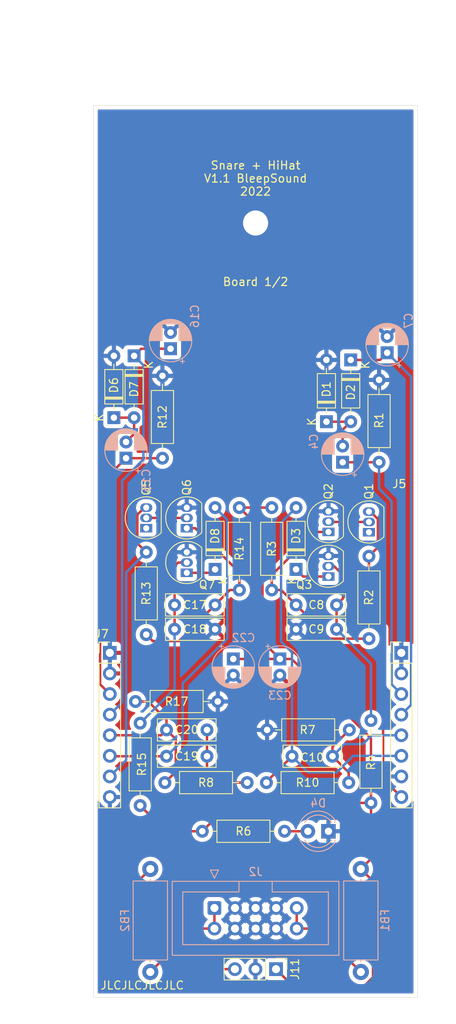
<source format=kicad_pcb>
(kicad_pcb (version 20211014) (generator pcbnew)
  (layers (0 "F.Cu" signal) (31 "B.Cu" signal) (34 "B.Paste" user) (35 "F.Paste" user) (36 "B.SilkS" user "B.Silkscreen") (37 "F.SilkS" user "F.Silkscreen") (38 "B.Mask" user) (39 "F.Mask" user) (44 "Edge.Cuts" user))
  (net 0 "")
  (net 1 "GND")
  (net 2 "+12V")
  (net 3 "-12V")
  (net 4 "Net-(C4-Pad2)")
  (net 5 "Net-(C8-Pad1)")
  (net 6 "Net-(FB1-Pad2)")
  (net 7 "Net-(FB2-Pad2)")
  (net 8 "/DeH")
  (net 9 "/SnI")
  (net 10 "/SnH")
  (net 11 "Net-(C8-Pad2)")
  (net 12 "/So")
  (net 13 "/HiDH")
  (net 14 "Net-(C15-Pad2)")
  (net 15 "/HiI")
  (net 16 "/HiH")
  (net 17 "Net-(C17-Pad2)")
  (net 18 "Net-(C17-Pad1)")
  (net 19 "Net-(C19-Pad2)")
  (net 20 "/Ho")
  (net 21 "Net-(D3-Pad1)")
  (net 22 "Net-(D4-Pad2)")
  (net 23 "Net-(D8-Pad1)")
  (net 24 "/SnO")
  (net 25 "/HiO")
  (net 28 "Net-(Q1-Pad2)")
  (net 29 "Net-(Q5-Pad2)")
  (footprint "Capacitor_THT:C_Disc_D7.0mm_W2.5mm_P5.00mm" (layer "F.Cu") (at 55 92.59)
    (fp_text reference "C8" (at 2.5 0) (layer "F.SilkS"))
    (fp_text value "1µF")
    (pad "1" thru_hole circle (at 0 0) (size 1.6 1.6) (drill 0.8) (layers *.Cu *.Mask) (net 5 "Net-(C8-Pad1)"))
    (pad "2" thru_hole circle (at 5 0) (size 1.6 1.6) (drill 0.8) (layers *.Cu *.Mask) (net 11 "Net-(C8-Pad2)"))
  )
  (footprint "Capacitor_THT:C_Disc_D7.0mm_W2.5mm_P5.00mm" (layer "F.Cu") (at 55 95.59)
    (fp_text reference "C9" (at 2.5 0) (layer "F.SilkS"))
    (fp_text value "0.1µF")
    (pad "1" thru_hole circle (at 0 0) (size 1.6 1.6) (drill 0.8) (layers *.Cu *.Mask) (net 1 "GND"))
    (pad "2" thru_hole circle (at 5 0) (size 1.6 1.6) (drill 0.8) (layers *.Cu *.Mask) (net 11 "Net-(C8-Pad2)"))
  )
  (footprint "Capacitor_THT:C_Disc_D7.0mm_W2.5mm_P5.00mm" (layer "F.Cu") (at 54.5 111.25)
    (fp_text reference "C10" (at 2.5 0.15) (layer "F.SilkS"))
    (fp_text value ".1µF")
    (pad "1" thru_hole circle (at 0 0) (size 1.6 1.6) (drill 0.8) (layers *.Cu *.Mask) (net 12 "/So"))
    (pad "2" thru_hole circle (at 5 0) (size 1.6 1.6) (drill 0.8) (layers *.Cu *.Mask) (net 24 "/SnO"))
  )
  (footprint "Capacitor_THT:C_Disc_D7.0mm_W2.5mm_P5.00mm" (layer "F.Cu") (at 45 92.59 180)
    (fp_text reference "C17" (at 2.5 0) (layer "F.SilkS"))
    (fp_text value "1µF")
    (pad "1" thru_hole circle (at 0 0 180) (size 1.6 1.6) (drill 0.8) (layers *.Cu *.Mask) (net 18 "Net-(C17-Pad1)"))
    (pad "2" thru_hole circle (at 5 0 180) (size 1.6 1.6) (drill 0.8) (layers *.Cu *.Mask) (net 17 "Net-(C17-Pad2)"))
  )
  (footprint "Capacitor_THT:C_Disc_D7.0mm_W2.5mm_P5.00mm" (layer "F.Cu") (at 45 95.59 180)
    (fp_text reference "C18" (at 2.5 0) (layer "F.SilkS"))
    (fp_text value "10nF")
    (pad "1" thru_hole circle (at 0 0 180) (size 1.6 1.6) (drill 0.8) (layers *.Cu *.Mask) (net 1 "GND"))
    (pad "2" thru_hole circle (at 5 0 180) (size 1.6 1.6) (drill 0.8) (layers *.Cu *.Mask) (net 17 "Net-(C17-Pad2)"))
  )
  (footprint "Capacitor_THT:C_Disc_D7.0mm_W2.5mm_P5.00mm" (layer "F.Cu") (at 39 111.25)
    (fp_text reference "C19" (at 2.5 0) (layer "F.SilkS"))
    (fp_text value "680pF")
    (pad "1" thru_hole circle (at 0 0) (size 1.6 1.6) (drill 0.8) (layers *.Cu *.Mask) (net 20 "/Ho"))
    (pad "2" thru_hole circle (at 5 0) (size 1.6 1.6) (drill 0.8) (layers *.Cu *.Mask) (net 19 "Net-(C19-Pad2)"))
  )
  (footprint "Capacitor_THT:C_Disc_D7.0mm_W2.5mm_P5.00mm" (layer "F.Cu") (at 44 108 180)
    (fp_text reference "C20" (at 2.5 0.02) (layer "F.SilkS"))
    (fp_text value ".1µF")
    (pad "1" thru_hole circle (at 0 0 180) (size 1.6 1.6) (drill 0.8) (layers *.Cu *.Mask) (net 19 "Net-(C19-Pad2)"))
    (pad "2" thru_hole circle (at 5 0 180) (size 1.6 1.6) (drill 0.8) (layers *.Cu *.Mask) (net 25 "/HiO"))
  )
  (footprint "Diode_THT:D_DO-35_SOD27_P7.62mm_Horizontal" (layer "F.Cu") (at 58.75 70 90)
    (fp_text reference "D1" (at 4 0 90) (layer "F.SilkS"))
    (fp_text value "1N4148")
    (fp_text user "K" (at 0 -1.8 90) (layer "F.SilkS"))
    (pad "1" thru_hole rect (at 0 0 90) (size 1.6 1.6) (drill 0.8) (layers *.Cu *.Mask) (net 4 "Net-(C4-Pad2)"))
    (pad "2" thru_hole oval (at 7.62 0 90) (size 1.6 1.6) (drill 0.8) (layers *.Cu *.Mask) (net 1 "GND"))
  )
  (footprint "Diode_THT:D_DO-35_SOD27_P7.62mm_Horizontal" (layer "F.Cu") (at 61.75 62.38 -90)
    (fp_text reference "D2" (at 4 0 90) (layer "F.SilkS"))
    (fp_text value "1N4148")
    (fp_text user "K" (at 0.62 -1.8 90) (layer "F.SilkS"))
    (pad "1" thru_hole rect (at 0 0 270) (size 1.6 1.6) (drill 0.8) (layers *.Cu *.Mask) (net 10 "/SnH"))
    (pad "2" thru_hole oval (at 7.62 0 270) (size 1.6 1.6) (drill 0.8) (layers *.Cu *.Mask) (net 4 "Net-(C4-Pad2)"))
  )
  (footprint "Diode_THT:D_DO-35_SOD27_P7.62mm_Horizontal" (layer "F.Cu") (at 55 88.21 90)
    (fp_text reference "D3" (at 4.12 0 90) (layer "F.SilkS"))
    (fp_text value "1N4148")
    (fp_text user "K" (at -1.38 -0.5 90) (layer "F.SilkS"))
    (pad "1" thru_hole rect (at 0 0 90) (size 1.6 1.6) (drill 0.8) (layers *.Cu *.Mask) (net 21 "Net-(D3-Pad1)"))
    (pad "2" thru_hole oval (at 7.62 0 90) (size 1.6 1.6) (drill 0.8) (layers *.Cu *.Mask) (net 12 "/So"))
  )
  (footprint "Diode_THT:D_DO-35_SOD27_P7.62mm_Horizontal" (layer "F.Cu") (at 32.5 69.5 90)
    (fp_text reference "D6" (at 4 0 90) (layer "F.SilkS"))
    (fp_text value "1N4148")
    (fp_text user "K" (at 0 -1.8 90) (layer "F.SilkS"))
    (pad "1" thru_hole rect (at 0 0 90) (size 1.6 1.6) (drill 0.8) (layers *.Cu *.Mask) (net 14 "Net-(C15-Pad2)"))
    (pad "2" thru_hole oval (at 7.62 0 90) (size 1.6 1.6) (drill 0.8) (layers *.Cu *.Mask) (net 1 "GND"))
  )
  (footprint "Diode_THT:D_DO-35_SOD27_P7.62mm_Horizontal" (layer "F.Cu") (at 35 61.88 -90)
    (fp_text reference "D7" (at 4.12 0 90) (layer "F.SilkS"))
    (fp_text value "1N4148")
    (fp_text user "K" (at 1.12 -1.8 90) (layer "F.SilkS"))
    (pad "1" thru_hole rect (at 0 0 270) (size 1.6 1.6) (drill 0.8) (layers *.Cu *.Mask) (net 16 "/HiH"))
    (pad "2" thru_hole oval (at 7.62 0 270) (size 1.6 1.6) (drill 0.8) (layers *.Cu *.Mask) (net 14 "Net-(C15-Pad2)"))
  )
  (footprint "Connector_PinHeader_2.54mm:PinHeader_1x08_P2.54mm_Vertical" (layer "F.Cu") (at 68 98.5)
    (fp_text reference "J5" (at -0.25 -20.83) (layer "F.SilkS"))
    (fp_text value "Conn_01x08_Male")
    (pad "1" thru_hole rect (at 0 0) (size 1.7 1.7) (drill 1) (layers *.Cu *.Mask) (net 1 "GND"))
    (pad "2" thru_hole oval (at 0 2.54) (size 1.7 1.7) (drill 1) (layers *.Cu *.Mask) (net 1 "GND"))
    (pad "3" thru_hole oval (at 0 5.08) (size 1.7 1.7) (drill 1) (layers *.Cu *.Mask) (net 9 "/SnI"))
    (pad "4" thru_hole oval (at 0 7.62) (size 1.7 1.7) (drill 1) (layers *.Cu *.Mask) (net 10 "/SnH"))
    (pad "5" thru_hole oval (at 0 10.16) (size 1.7 1.7) (drill 1) (layers *.Cu *.Mask) (net 24 "/SnO"))
    (pad "6" thru_hole oval (at 0 12.7) (size 1.7 1.7) (drill 1) (layers *.Cu *.Mask) (net 12 "/So"))
    (pad "7" thru_hole oval (at 0 15.24) (size 1.7 1.7) (drill 1) (layers *.Cu *.Mask) (net 1 "GND"))
    (pad "8" thru_hole oval (at 0 17.78) (size 1.7 1.7) (drill 1) (layers *.Cu *.Mask) (net 8 "/DeH"))
  )
  (footprint "Connector_PinHeader_2.54mm:PinHeader_1x08_P2.54mm_Vertical" (layer "F.Cu") (at 32 98.5)
    (fp_text reference "J7" (at -1 -2.33) (layer "F.SilkS"))
    (fp_text value "Conn_01x08_Male")
    (pad "1" thru_hole rect (at 0 0) (size 1.7 1.7) (drill 1) (layers *.Cu *.Mask) (net 1 "GND"))
    (pad "2" thru_hole oval (at 0 2.54) (size 1.7 1.7) (drill 1) (layers *.Cu *.Mask) (net 1 "GND"))
    (pad "3" thru_hole oval (at 0 5.08) (size 1.7 1.7) (drill 1) (layers *.Cu *.Mask) (net 15 "/HiI"))
    (pad "4" thru_hole oval (at 0 7.62) (size 1.7 1.7) (drill 1) (layers *.Cu *.Mask) (net 16 "/HiH"))
    (pad "5" thru_hole oval (at 0 10.16) (size 1.7 1.7) (drill 1) (layers *.Cu *.Mask) (net 25 "/HiO"))
    (pad "6" thru_hole oval (at 0 12.7) (size 1.7 1.7) (drill 1) (layers *.Cu *.Mask) (net 20 "/Ho"))
    (pad "7" thru_hole oval (at 0 15.24) (size 1.7 1.7) (drill 1) (layers *.Cu *.Mask) (net 13 "/HiDH"))
    (pad "8" thru_hole oval (at 0 17.78) (size 1.7 1.7) (drill 1) (layers *.Cu *.Mask) (net 1 "GND"))
  )
  (footprint "Package_TO_SOT_THT:TO-92_Inline" (layer "F.Cu") (at 64 83.63 90)
    (fp_text reference "Q1" (at 5.04 0 90) (layer "F.SilkS"))
    (fp_text value "BC546")
    (pad "1" thru_hole rect (at 0 0 90) (size 1.05 1.5) (drill 0.75) (layers *.Cu *.Mask))
    (pad "2" thru_hole oval (at 1.27 0 90) (size 1.05 1.5) (drill 0.75) (layers *.Cu *.Mask) (net 28 "Net-(Q1-Pad2)"))
    (pad "3" thru_hole oval (at 2.54 0 90) (size 1.05 1.5) (drill 0.75) (layers *.Cu *.Mask) (net 8 "/DeH"))
  )
  (footprint "Package_TO_SOT_THT:TO-92_Inline" (layer "F.Cu") (at 59 83.59 90)
    (fp_text reference "Q2" (at 5 0 90) (layer "F.SilkS"))
    (fp_text value "BC546")
    (pad "1" thru_hole rect (at 0 0 90) (size 1.05 1.5) (drill 0.75) (layers *.Cu *.Mask) (net 5 "Net-(C8-Pad1)"))
    (pad "2" thru_hole oval (at 1.27 0 90) (size 1.05 1.5) (drill 0.75) (layers *.Cu *.Mask) (net 28 "Net-(Q1-Pad2)"))
    (pad "3" thru_hole oval (at 2.54 0 90) (size 1.05 1.5) (drill 0.75) (layers *.Cu *.Mask) (net 1 "GND"))
  )
  (footprint "Package_TO_SOT_THT:TO-92_Inline" (layer "F.Cu") (at 59 89.09 90)
    (fp_text reference "Q3" (at -1 -3 180) (layer "F.SilkS"))
    (fp_text value "BC546")
    (pad "1" thru_hole rect (at 0 0 90) (size 1.05 1.5) (drill 0.75) (layers *.Cu *.Mask) (net 21 "Net-(D3-Pad1)"))
    (pad "2" thru_hole oval (at 1.27 0 90) (size 1.05 1.5) (drill 0.75) (layers *.Cu *.Mask) (net 11 "Net-(C8-Pad2)"))
    (pad "3" thru_hole oval (at 2.54 0 90) (size 1.05 1.5) (drill 0.75) (layers *.Cu *.Mask) (net 1 "GND"))
  )
  (footprint "Package_TO_SOT_THT:TO-92_Inline" (layer "F.Cu") (at 36.5 83.13 90)
    (fp_text reference "Q5" (at 5.04 0 90) (layer "F.SilkS"))
    (fp_text value "BC546")
    (pad "1" thru_hole rect (at 0 0 90) (size 1.05 1.5) (drill 0.75) (layers *.Cu *.Mask))
    (pad "2" thru_hole oval (at 1.27 0 90) (size 1.05 1.5) (drill 0.75) (layers *.Cu *.Mask) (net 29 "Net-(Q5-Pad2)"))
    (pad "3" thru_hole oval (at 2.54 0 90) (size 1.05 1.5) (drill 0.75) (layers *.Cu *.Mask) (net 13 "/HiDH"))
  )
  (footprint "Package_TO_SOT_THT:TO-92_Inline" (layer "F.Cu") (at 41.5 83.13 90)
    (fp_text reference "Q6" (at 5.04 0 90) (layer "F.SilkS"))
    (fp_text value "BC546")
    (pad "1" thru_hole rect (at 0 0 90) (size 1.05 1.5) (drill 0.75) (layers *.Cu *.Mask) (net 18 "Net-(C17-Pad1)"))
    (pad "2" thru_hole oval (at 1.27 0 90) (size 1.05 1.5) (drill 0.75) (layers *.Cu *.Mask) (net 29 "Net-(Q5-Pad2)"))
    (pad "3" thru_hole oval (at 2.54 0 90) (size 1.05 1.5) (drill 0.75) (layers *.Cu *.Mask) (net 1 "GND"))
  )
  (footprint "Package_TO_SOT_THT:TO-92_Inline" (layer "F.Cu") (at 41.5 88.63 90)
    (fp_text reference "Q7" (at -1.46 2.5 180) (layer "F.SilkS"))
    (fp_text value "BC546")
    (pad "1" thru_hole rect (at 0 0 90) (size 1.05 1.5) (drill 0.75) (layers *.Cu *.Mask) (net 23 "Net-(D8-Pad1)"))
    (pad "2" thru_hole oval (at 1.27 0 90) (size 1.05 1.5) (drill 0.75) (layers *.Cu *.Mask) (net 17 "Net-(C17-Pad2)"))
    (pad "3" thru_hole oval (at 2.54 0 90) (size 1.05 1.5) (drill 0.75) (layers *.Cu *.Mask) (net 1 "GND"))
  )
  (footprint "Resistor_THT:R_Axial_DIN0207_L6.3mm_D2.5mm_P10.16mm_Horizontal" (layer "F.Cu") (at 65.25 75 90)
    (fp_text reference "R1" (at 5.16 0 90) (layer "F.SilkS"))
    (fp_text value "4k7")
    (pad "1" thru_hole circle (at 0 0 90) (size 1.6 1.6) (drill 0.8) (layers *.Cu *.Mask) (net 9 "/SnI"))
    (pad "2" thru_hole oval (at 10.16 0 90) (size 1.6 1.6) (drill 0.8) (layers *.Cu *.Mask) (net 1 "GND"))
  )
  (footprint "Resistor_THT:R_Axial_DIN0207_L6.3mm_D2.5mm_P10.16mm_Horizontal" (layer "F.Cu") (at 64 86.59 -90)
    (fp_text reference "R2" (at 5.08 0 90) (layer "F.SilkS"))
    (fp_text value "47k")
    (pad "1" thru_hole circle (at 0 0 270) (size 1.6 1.6) (drill 0.8) (layers *.Cu *.Mask) (net 8 "/DeH"))
    (pad "2" thru_hole oval (at 10.16 0 270) (size 1.6 1.6) (drill 0.8) (layers *.Cu *.Mask) (net 5 "Net-(C8-Pad1)"))
  )
  (footprint "Resistor_THT:R_Axial_DIN0207_L6.3mm_D2.5mm_P10.16mm_Horizontal" (layer "F.Cu") (at 52 80.59 -90)
    (fp_text reference "R3" (at 5.08 0 90) (layer "F.SilkS"))
    (fp_text value "4k7")
    (pad "1" thru_hole circle (at 0 0 270) (size 1.6 1.6) (drill 0.8) (layers *.Cu *.Mask) (net 2 "+12V"))
    (pad "2" thru_hole oval (at 10.16 0 270) (size 1.6 1.6) (drill 0.8) (layers *.Cu *.Mask) (net 5 "Net-(C8-Pad1)"))
  )
  (footprint "Resistor_THT:R_Axial_DIN0207_L6.3mm_D2.5mm_P10.16mm_Horizontal" (layer "F.Cu") (at 64.25 117 90)
    (fp_text reference "R4" (at 5 0 90) (layer "F.SilkS"))
    (fp_text value "1M")
    (pad "1" thru_hole circle (at 0 0 90) (size 1.6 1.6) (drill 0.8) (layers *.Cu *.Mask) (net 2 "+12V"))
    (pad "2" thru_hole oval (at 10.16 0 90) (size 1.6 1.6) (drill 0.8) (layers *.Cu *.Mask) (net 11 "Net-(C8-Pad2)"))
  )
  (footprint "Resistor_THT:R_Axial_DIN0207_L6.3mm_D2.5mm_P10.16mm_Horizontal" (layer "F.Cu") (at 43.42 120.5)
    (fp_text reference "R6" (at 5.08 0) (layer "F.SilkS"))
    (fp_text value "2.2k")
    (pad "1" thru_hole circle (at 0 0) (size 1.6 1.6) (drill 0.8) (layers *.Cu *.Mask) (net 2 "+12V"))
    (pad "2" thru_hole oval (at 10.16 0) (size 1.6 1.6) (drill 0.8) (layers *.Cu *.Mask) (net 22 "Net-(D4-Pad2)"))
  )
  (footprint "Resistor_THT:R_Axial_DIN0207_L6.3mm_D2.5mm_P10.16mm_Horizontal" (layer "F.Cu") (at 61.58 108 180)
    (fp_text reference "R7" (at 5.16 0) (layer "F.SilkS"))
    (fp_text value "1M")
    (pad "1" thru_hole circle (at 0 0 180) (size 1.6 1.6) (drill 0.8) (layers *.Cu *.Mask) (net 24 "/SnO"))
    (pad "2" thru_hole oval (at 10.16 0 180) (size 1.6 1.6) (drill 0.8) (layers *.Cu *.Mask) (net 1 "GND"))
  )
  (footprint "Resistor_THT:R_Axial_DIN0207_L6.3mm_D2.5mm_P10.16mm_Horizontal" (layer "F.Cu") (at 38.5 74.5 90)
    (fp_text reference "R12" (at 5.08 0 90) (layer "F.SilkS"))
    (fp_text value "4k7")
    (pad "1" thru_hole circle (at 0 0 90) (size 1.6 1.6) (drill 0.8) (layers *.Cu *.Mask) (net 15 "/HiI"))
    (pad "2" thru_hole oval (at 10.16 0 90) (size 1.6 1.6) (drill 0.8) (layers *.Cu *.Mask) (net 1 "GND"))
  )
  (footprint "Resistor_THT:R_Axial_DIN0207_L6.3mm_D2.5mm_P10.16mm_Horizontal" (layer "F.Cu") (at 36.5 86.09 -90)
    (fp_text reference "R13" (at 5.08 0 90) (layer "F.SilkS"))
    (fp_text value "47k")
    (pad "1" thru_hole circle (at 0 0 270) (size 1.6 1.6) (drill 0.8) (layers *.Cu *.Mask) (net 13 "/HiDH"))
    (pad "2" thru_hole oval (at 10.16 0 270) (size 1.6 1.6) (drill 0.8) (layers *.Cu *.Mask) (net 18 "Net-(C17-Pad1)"))
  )
  (footprint "Resistor_THT:R_Axial_DIN0207_L6.3mm_D2.5mm_P10.16mm_Horizontal" (layer "F.Cu") (at 48 80.59 -90)
    (fp_text reference "R14" (at 5.08 0 90) (layer "F.SilkS"))
    (fp_text value "4k7")
    (pad "1" thru_hole circle (at 0 0 270) (size 1.6 1.6) (drill 0.8) (layers *.Cu *.Mask) (net 2 "+12V"))
    (pad "2" thru_hole oval (at 10.16 0 270) (size 1.6 1.6) (drill 0.8) (layers *.Cu *.Mask) (net 18 "Net-(C17-Pad1)"))
  )
  (footprint "Resistor_THT:R_Axial_DIN0207_L6.3mm_D2.5mm_P10.16mm_Horizontal" (layer "F.Cu") (at 35.75 117.33 90)
    (fp_text reference "R15" (at 5.08 0.2 90) (layer "F.SilkS"))
    (fp_text value "1M")
    (pad "1" thru_hole circle (at 0 0 90) (size 1.6 1.6) (drill 0.8) (layers *.Cu *.Mask) (net 2 "+12V"))
    (pad "2" thru_hole oval (at 10.16 0 90) (size 1.6 1.6) (drill 0.8) (layers *.Cu *.Mask) (net 17 "Net-(C17-Pad2)"))
  )
  (footprint "Resistor_THT:R_Axial_DIN0207_L6.3mm_D2.5mm_P10.16mm_Horizontal" (layer "F.Cu") (at 35.17 104.5)
    (fp_text reference "R17" (at 5.08 0) (layer "F.SilkS"))
    (fp_text value "1M")
    (pad "1" thru_hole circle (at 0 0) (size 1.6 1.6) (drill 0.8) (layers *.Cu *.Mask) (net 25 "/HiO"))
    (pad "2" thru_hole oval (at 10.16 0) (size 1.6 1.6) (drill 0.8) (layers *.Cu *.Mask) (net 1 "GND"))
  )
  (footprint "Diode_THT:D_DO-35_SOD27_P7.62mm_Horizontal" (layer "F.Cu") (at 45 88.21 90)
    (fp_text reference "D8" (at 4.12 0 90) (layer "F.SilkS"))
    (fp_text value "1N4148")
    (fp_text user "K" (at -1.38 1 90) (layer "F.SilkS"))
    (pad "1" thru_hole rect (at 0 0 90) (size 1.6 1.6) (drill 0.8) (layers *.Cu *.Mask) (net 23 "Net-(D8-Pad1)"))
    (pad "2" thru_hole oval (at 7.62 0 90) (size 1.6 1.6) (drill 0.8) (layers *.Cu *.Mask) (net 20 "/Ho"))
  )
  (footprint "Resistor_THT:R_Axial_DIN0207_L6.3mm_D2.5mm_P10.16mm_Horizontal" (layer "F.Cu") (at 38.8 114.5)
    (fp_text reference "R8" (at 5.08 0) (layer "F.SilkS"))
    (fp_text value "0R")
    (pad "1" thru_hole circle (at 0 0) (size 1.6 1.6) (drill 0.8) (layers *.Cu *.Mask) (net 25 "/HiO"))
    (pad "2" thru_hole oval (at 10.16 0) (size 1.6 1.6) (drill 0.8) (layers *.Cu *.Mask) (net 19 "Net-(C19-Pad2)"))
  )
  (footprint "Resistor_THT:R_Axial_DIN0207_L6.3mm_D2.5mm_P10.16mm_Horizontal" (layer "F.Cu") (at 61.5 114.5 180)
    (fp_text reference "R10" (at 5.08 0) (layer "F.SilkS"))
    (fp_text value "0R")
    (pad "1" thru_hole circle (at 0 0 180) (size 1.6 1.6) (drill 0.8) (layers *.Cu *.Mask) (net 24 "/SnO"))
    (pad "2" thru_hole oval (at 10.16 0 180) (size 1.6 1.6) (drill 0.8) (layers *.Cu *.Mask) (net 12 "/So"))
  )
  (footprint "Connector_PinHeader_2.54mm:PinHeader_1x03_P2.54mm_Vertical" (layer "F.Cu") (at 52.525 137.5 -90)
    (fp_text reference "J11" (at 0 -2.33 90) (layer "F.SilkS"))
    (fp_text value "Conn_01x03_Male")
    (pad "1" thru_hole rect locked (at 0 0 270) (size 1.7 1.7) (drill 1) (layers *.Cu *.Mask) (net 2 "+12V"))
    (pad "2" thru_hole oval locked (at 0 2.54 270) (size 1.7 1.7) (drill 1) (layers *.Cu *.Mask) (net 1 "GND"))
    (pad "3" thru_hole oval locked (at 0 5.08 270) (size 1.7 1.7) (drill 1) (layers *.Cu *.Mask) (net 3 "-12V"))
  )
  (footprint "Capacitor_THT:CP_Radial_D5.0mm_P2.00mm" (layer "B.Cu") (at 60.75 75 90)
    (fp_text reference "C4" (at 2.55 -3.55 90) (layer "B.SilkS") (effects (justify mirror)))
    (fp_text value "10µF")
    (pad "1" thru_hole rect (at 0 0 90) (size 1.6 1.6) (drill 0.8) (layers *.Cu *.Mask) (net 9 "/SnI"))
    (pad "2" thru_hole circle (at 2 0 90) (size 1.6 1.6) (drill 0.8) (layers *.Cu *.Mask) (net 4 "Net-(C4-Pad2)"))
  )
  (footprint "Capacitor_THT:CP_Radial_D5.0mm_P2.00mm" (layer "B.Cu") (at 66.25 61.5 90)
    (fp_text reference "C7" (at 3.95 2.65 90) (layer "B.SilkS") (effects (justify mirror)))
    (fp_text value "10µF")
    (pad "1" thru_hole rect (at 0 0 90) (size 1.6 1.6) (drill 0.8) (layers *.Cu *.Mask) (net 10 "/SnH"))
    (pad "2" thru_hole circle (at 2 0 90) (size 1.6 1.6) (drill 0.8) (layers *.Cu *.Mask) (net 1 "GND"))
  )
  (footprint "Capacitor_THT:CP_Radial_D5.0mm_P2.00mm" (layer "B.Cu") (at 39.5 61 90)
    (fp_text reference "C16" (at 4 3 90) (layer "B.SilkS") (effects (justify mirror)))
    (fp_text value "10µF")
    (pad "1" thru_hole rect (at 0 0 90) (size 1.6 1.6) (drill 0.8) (layers *.Cu *.Mask) (net 16 "/HiH"))
    (pad "2" thru_hole circle (at 2 0 90) (size 1.6 1.6) (drill 0.8) (layers *.Cu *.Mask) (net 1 "GND"))
  )
  (footprint "LED_THT:LED_D4.0mm" (layer "B.Cu") (at 59 120.5 180)
    (fp_text reference "D4" (at 1.27 3.46) (layer "B.SilkS") (effects (justify mirror)))
    (fp_text value "LED-12V")
    (pad "1" thru_hole rect (at 0 0 180) (size 1.8 1.8) (drill 0.9) (layers *.Cu *.Mask) (net 1 "GND"))
    (pad "2" thru_hole circle (at 2.54 0 180) (size 1.8 1.8) (drill 0.9) (layers *.Cu *.Mask) (net 22 "Net-(D4-Pad2)"))
  )
  (footprint "Inductor_THT:L_Axial_L9.5mm_D4.0mm_P12.70mm_Horizontal_Fastron_SMCC" (layer "B.Cu") (at 63 125.15 -90)
    (fp_text reference "FB1" (at 6.35 -3 90) (layer "B.SilkS") (effects (justify mirror)))
    (fp_text value "10R")
    (pad "1" thru_hole circle (at 0 0 270) (size 2 2) (drill 1) (layers *.Cu *.Mask) (net 2 "+12V"))
    (pad "2" thru_hole oval (at 12.7 0 270) (size 2 2) (drill 1) (layers *.Cu *.Mask) (net 6 "Net-(FB1-Pad2)"))
  )
  (footprint "Inductor_THT:L_Axial_L9.5mm_D4.0mm_P12.70mm_Horizontal_Fastron_SMCC" (layer "B.Cu") (at 37 125.15 -90)
    (fp_text reference "FB2" (at 6.35 3.12 90) (layer "B.SilkS") (effects (justify mirror)))
    (fp_text value "10R")
    (pad "1" thru_hole circle (at 0 0 270) (size 2 2) (drill 1) (layers *.Cu *.Mask) (net 3 "-12V"))
    (pad "2" thru_hole oval (at 12.7 0 270) (size 2 2) (drill 1) (layers *.Cu *.Mask) (net 7 "Net-(FB2-Pad2)"))
  )
  (footprint "Connector_IDC:IDC-Header_2x05_P2.54mm_Vertical" (layer "B.Cu") (at 44.92 129.96 -90)
    (fp_text reference "J2" (at -4.46 -5.08 180) (layer "B.SilkS") (effects (justify mirror)))
    (fp_text value "Power Input")
    (pad "1" thru_hole roundrect (at 0 0 270) (size 1.7 1.7) (drill 1) (layers *.Cu *.Mask) (roundrect_rratio 0.1470588235) (net 7 "Net-(FB2-Pad2)"))
    (pad "2" thru_hole circle (at 2.54 0 270) (size 1.7 1.7) (drill 1) (layers *.Cu *.Mask) (net 7 "Net-(FB2-Pad2)"))
    (pad "3" thru_hole circle (at 0 -2.54 270) (size 1.7 1.7) (drill 1) (layers *.Cu *.Mask) (net 1 "GND"))
    (pad "4" thru_hole circle (at 2.54 -2.54 270) (size 1.7 1.7) (drill 1) (layers *.Cu *.Mask) (net 1 "GND"))
    (pad "5" thru_hole circle (at 0 -5.08 270) (size 1.7 1.7) (drill 1) (layers *.Cu *.Mask) (net 1 "GND"))
    (pad "6" thru_hole circle (at 2.54 -5.08 270) (size 1.7 1.7) (drill 1) (layers *.Cu *.Mask) (net 1 "GND"))
    (pad "7" thru_hole circle (at 0 -7.62 270) (size 1.7 1.7) (drill 1) (layers *.Cu *.Mask) (net 1 "GND"))
    (pad "8" thru_hole circle (at 2.54 -7.62 270) (size 1.7 1.7) (drill 1) (layers *.Cu *.Mask) (net 1 "GND"))
    (pad "9" thru_hole circle (at 0 -10.16 270) (size 1.7 1.7) (drill 1) (layers *.Cu *.Mask) (net 6 "Net-(FB1-Pad2)"))
    (pad "10" thru_hole circle (at 2.54 -10.16 270) (size 1.7 1.7) (drill 1) (layers *.Cu *.Mask) (net 6 "Net-(FB1-Pad2)"))
  )
  (footprint "Capacitor_THT:CP_Radial_D5.0mm_P2.00mm" (layer "B.Cu") (at 34 74.5 90)
    (fp_text reference "C15" (at -2.75 2.5 90) (layer "B.SilkS") (effects (justify mirror)))
    (fp_text value "10µF")
    (pad "1" thru_hole rect (at 0 0 90) (size 1.6 1.6) (drill 0.8) (layers *.Cu *.Mask) (net 15 "/HiI"))
    (pad "2" thru_hole circle (at 2 0 90) (size 1.6 1.6) (drill 0.8) (layers *.Cu *.Mask) (net 14 "Net-(C15-Pad2)"))
  )
  (footprint "Capacitor_THT:CP_Radial_D5.0mm_P2.00mm" (layer "B.Cu") (at 47.25 99.25 -90)
    (fp_text reference "C22" (at -2.6 -1.25) (layer "B.SilkS") (effects (justify mirror)))
    (fp_text value "100µ")
    (pad "1" thru_hole rect (at 0 0 270) (size 1.6 1.6) (drill 0.8) (layers *.Cu *.Mask) (net 2 "+12V"))
    (pad "2" thru_hole circle (at 2 0 270) (size 1.6 1.6) (drill 0.8) (layers *.Cu *.Mask) (net 1 "GND"))
  )
  (footprint "Capacitor_THT:CP_Radial_D5.0mm_P2.00mm" (layer "B.Cu") (at 53 99.25 -90)
    (fp_text reference "C23" (at 4.5 0) (layer "B.SilkS") (effects (justify mirror)))
    (fp_text value "100µ")
    (pad "1" thru_hole rect (at 0 0 270) (size 1.6 1.6) (drill 0.8) (layers *.Cu *.Mask) (net 2 "+12V"))
    (pad "2" thru_hole circle (at 2 0 270) (size 1.6 1.6) (drill 0.8) (layers *.Cu *.Mask) (net 1 "GND"))
  )
  (gr_line (start 69.999999 31) (end 70 141) (layer "Edge.Cuts") (width 0.05))
  (gr_line (start 30 31) (end 30 141) (layer "Edge.Cuts") (width 0.05))
  (gr_line (start 30 31) (end 69.999999 31) (layer "Edge.Cuts") (width 0.05))
  (gr_line (start 30 141) (end 70 141) (layer "Edge.Cuts") (width 0.05))
  (gr_text "JLCJLCJLCJLC\n" (at 36 139.5) (layer "F.SilkS") (effects (font (size 1 1))))
  (gr_text "Snare + HiHat\nV1.1 BleepSound\n2022" (at 50 40) (layer "F.SilkS") (effects (font (size 1 1))))
  (gr_text "Board 1/2" (at 50 52.75) (layer "F.SilkS") (effects (font (size 1 1))))
  (via (at 50 45.5) (size 3.6) (drill 3.1) (layers "F.Cu" "B.Cu") (net 1))
  (segment (start 43.42 120.5) (end 46.92 117) (width 0.3) (layer "F.Cu") (net 2))
  (segment (start 64.5 138.5) (end 64.5 126.65) (width 0.3) (layer "F.Cu") (net 2))
  (segment (start 64.25 109.044345) (end 64.25 117) (width 0.3) (layer "F.Cu") (net 2))
  (segment (start 46.92 117) (end 47 117) (width 0.3) (layer "F.Cu") (net 2))
  (segment (start 52 80.59) (end 48 80.59) (width 0.3) (layer "F.Cu") (net 2))
  (segment (start 53 99.25) (end 54.455655 99.25) (width 0.3) (layer "F.Cu") (net 2))
  (segment (start 53 99.25) (end 47.25 99.25) (width 0.3) (layer "F.Cu") (net 2))
  (segment (start 38.92 120.5) (end 35.75 117.33) (width 0.3) (layer "F.Cu") (net 2))
  (segment (start 52.525 137.5) (end 54.525 139.5) (width 0.3) (layer "F.Cu") (net 2))
  (segment (start 43.42 120.5) (end 38.92 120.5) (width 0.3) (layer "F.Cu") (net 2))
  (segment (start 64.25 117) (end 64.25 123.9) (width 0.3) (layer "F.Cu") (net 2))
  (segment (start 54.455655 99.25) (end 64.25 109.044345) (width 0.3) (layer "F.Cu") (net 2))
  (segment (start 64.25 117) (end 47 117) (width 0.3) (layer "F.Cu") (net 2))
  (segment (start 64.25 123.9) (end 63 125.15) (width 0.3) (layer "F.Cu") (net 2))
  (segment (start 50.850489 97.100489) (end 50.850489 83.440489) (width 0.3) (layer "F.Cu") (net 2))
  (segment (start 54.525 139.5) (end 63.5 139.5) (width 0.3) (layer "F.Cu") (net 2))
  (segment (start 64.5 126.65) (end 63 125.15) (width 0.3) (layer "F.Cu") (net 2))
  (segment (start 50.850489 97.100489) (end 53 99.25) (width 0.3) (layer "F.Cu") (net 2))
  (segment (start 63.5 139.5) (end 64.5 138.5) (width 0.3) (layer "F.Cu") (net 2))
  (segment (start 50.850489 83.440489) (end 48 80.59) (width 0.3) (layer "F.Cu") (net 2))
  (segment (start 40 137.5) (end 37.5 140) (width 0.3) (layer "F.Cu") (net 3))
  (segment (start 37.5 140) (end 35 140) (width 0.3) (layer "F.Cu") (net 3))
  (segment (start 34.5 127.65) (end 37 125.15) (width 0.3) (layer "F.Cu") (net 3))
  (segment (start 34.5 139.5) (end 34.5 127.65) (width 0.3) (layer "F.Cu") (net 3))
  (segment (start 35 140) (end 34.5 139.5) (width 0.3) (layer "F.Cu") (net 3))
  (segment (start 47.445 137.5) (end 40 137.5) (width 0.3) (layer "F.Cu") (net 3))
  (segment (start 60.75 73) (end 60.75 71) (width 0.3) (layer "F.Cu") (net 4))
  (segment (start 60.75 71) (end 61.75 70) (width 0.3) (layer "F.Cu") (net 4))
  (segment (start 61.75 70) (end 58.75 70) (width 0.3) (layer "F.Cu") (net 4))
  (segment (start 52 88.910978) (end 57.320978 83.59) (width 0.3) (layer "F.Cu") (net 5))
  (segment (start 53.16 90.75) (end 55 92.59) (width 0.3) (layer "F.Cu") (net 5))
  (segment (start 57.320978 83.59) (end 59 83.59) (width 0.3) (layer "F.Cu") (net 5))
  (segment (start 55 92.59) (end 59.16 96.75) (width 0.3) (layer "F.Cu") (net 5))
  (segment (start 52 90.75) (end 52 88.910978) (width 0.3) (layer "F.Cu") (net 5))
  (segment (start 52 90.75) (end 53.16 90.75) (width 0.3) (layer "F.Cu") (net 5))
  (segment (start 59.16 96.75) (end 64 96.75) (width 0.3) (layer "F.Cu") (net 5))
  (segment (start 57.65 132.5) (end 55.08 132.5) (width 0.3) (layer "F.Cu") (net 6))
  (segment (start 55.08 132.5) (end 55.08 129.96) (width 0.3) (layer "F.Cu") (net 6))
  (segment (start 63 137.85) (end 57.65 132.5) (width 0.3) (layer "F.Cu") (net 6))
  (segment (start 44.92 129.96) (end 44.92 132.5) (width 0.3) (layer "F.Cu") (net 7))
  (segment (start 42.35 132.5) (end 37 137.85) (width 0.3) (layer "F.Cu") (net 7))
  (segment (start 44.92 132.5) (end 42.35 132.5) (width 0.3) (layer "F.Cu") (net 7))
  (segment (start 65.09952 85.49048) (end 64 86.59) (width 0.3) (layer "F.Cu") (net 8))
  (segment (start 64.191758 81.09) (end 65.09952 81.997762) (width 0.3) (layer "F.Cu") (net 8))
  (segment (start 65.75 114.03) (end 68 116.28) (width 0.3) (layer "F.Cu") (net 8))
  (segment (start 64 81.09) (end 64.191758 81.09) (width 0.3) (layer "F.Cu") (net 8))
  (segment (start 64 93.75) (end 65.75 95.5) (width 0.3) (layer "F.Cu") (net 8))
  (segment (start 65.09952 81.997762) (end 65.09952 85.49048) (width 0.3) (layer "F.Cu") (net 8))
  (segment (start 65.75 95.5) (end 65.75 114.03) (width 0.3) (layer "F.Cu") (net 8))
  (segment (start 64 86.59) (end 64 93.75) (width 0.3) (layer "F.Cu") (net 8))
  (segment (start 60.75 75) (end 65.25 75) (width 0.3) (layer "F.Cu") (net 9))
  (segment (start 66.800489 79.800489) (end 65.25 78.25) (width 0.3) (layer "B.Cu") (net 9))
  (segment (start 66.800489 102.380489) (end 66.800489 79.800489) (width 0.3) (layer "B.Cu") (net 9))
  (segment (start 65.25 78.25) (end 65.25 75) (width 0.3) (layer "B.Cu") (net 9))
  (segment (start 68 103.58) (end 66.800489 102.380489) (width 0.3) (layer "B.Cu") (net 9))
  (segment (start 65.37 62.38) (end 66.25 61.5) (width 0.3) (layer "F.Cu") (net 10))
  (segment (start 61.75 62.38) (end 65.37 62.38) (width 0.3) (layer "F.Cu") (net 10))
  (segment (start 69.199511 104.920489) (end 68 106.12) (width 0.3) (layer "B.Cu") (net 10))
  (segment (start 69.199511 64.449511) (end 69.199511 104.920489) (width 0.3) (layer "B.Cu") (net 10))
  (segment (start 66.25 61.5) (end 69.199511 64.449511) (width 0.3) (layer "B.Cu") (net 10))
  (segment (start 60 92.59) (end 60 95.59) (width 0.3) (layer "F.Cu") (net 11))
  (segment (start 59.704022 87.82) (end 60.799999 88.915977) (width 0.3) (layer "F.Cu") (net 11))
  (segment (start 60.799999 91.790001) (end 60 92.59) (width 0.3) (layer "F.Cu") (net 11))
  (segment (start 59 87.82) (end 59.704022 87.82) (width 0.3) (layer "F.Cu") (net 11))
  (segment (start 60.799999 88.915977) (end 60.799999 91.790001) (width 0.3) (layer "F.Cu") (net 11))
  (segment (start 64.25 99.84) (end 60 95.59) (width 0.3) (layer "B.Cu") (net 11))
  (segment (start 64.25 106.84) (end 64.25 99.84) (width 0.3) (layer "B.Cu") (net 11))
  (segment (start 54.5 111.25) (end 51.34 114.41) (width 0.3) (layer "F.Cu") (net 12))
  (segment (start 51.34 114.41) (end 51.34 114.5) (width 0.3) (layer "F.Cu") (net 12))
  (segment (start 54.5 98.450978) (end 53.149511 97.100489) (width 0.3) (layer "B.Cu") (net 12))
  (segment (start 62.05 111.2) (end 60 113.25) (width 0.3) (layer "B.Cu") (net 12))
  (segment (start 53.149511 82.440489) (end 55 80.59) (width 0.3) (layer "B.Cu") (net 12))
  (segment (start 53.149511 97.100489) (end 53.149511 82.440489) (width 0.3) (layer "B.Cu") (net 12))
  (segment (start 68 111.2) (end 62.05 111.2) (width 0.3) (layer "B.Cu") (net 12))
  (segment (start 60 113.25) (end 56.5 113.25) (width 0.3) (layer "B.Cu") (net 12))
  (segment (start 54.5 111.25) (end 54.5 98.450978) (width 0.3) (layer "B.Cu") (net 12))
  (segment (start 56.5 113.25) (end 54.5 111.25) (width 0.3) (layer "B.Cu") (net 12))
  (segment (start 36.5 80.59) (end 36.275 80.59) (width 0.3) (layer "F.Cu") (net 13))
  (segment (start 36.275 80.59) (end 35.400489 81.464511) (width 0.3) (layer "F.Cu") (net 13))
  (segment (start 35.400489 84.990489) (end 36.5 86.09) (width 0.3) (layer "F.Cu") (net 13))
  (segment (start 35.400489 81.464511) (end 35.400489 84.990489) (width 0.3) (layer "F.Cu") (net 13))
  (segment (start 34.020489 111.719511) (end 32 113.74) (width 0.3) (layer "B.Cu") (net 13))
  (segment (start 34.020489 88.569511) (end 34.020489 111.719511) (width 0.3) (layer "B.Cu") (net 13))
  (segment (start 36.5 86.09) (end 34.020489 88.569511) (width 0.3) (layer "B.Cu") (net 13))
  (segment (start 35 71.5) (end 34 72.5) (width 0.3) (layer "F.Cu") (net 14))
  (segment (start 35 69.5) (end 35 71.5) (width 0.3) (layer "F.Cu") (net 14))
  (segment (start 35 69.5) (end 32.5 69.5) (width 0.3) (layer "F.Cu") (net 14))
  (segment (start 30.800489 102.380489) (end 32 103.58) (width 0.3) (layer "F.Cu") (net 15))
  (segment (start 34 74.5) (end 30.800489 77.699511) (width 0.3) (layer "F.Cu") (net 15))
  (segment (start 38.5 74.5) (end 34 74.5) (width 0.3) (layer "F.Cu") (net 15))
  (segment (start 30.800489 77.699511) (end 30.800489 102.380489) (width 0.3) (layer "F.Cu") (net 15))
  (segment (start 39.5 61) (end 35.88 61) (width 0.3) (layer "F.Cu") (net 16))
  (segment (start 35.88 61) (end 35 61.88) (width 0.3) (layer "F.Cu") (net 16))
  (segment (start 33.520969 104.599031) (end 33.520969 77.278053) (width 0.3) (layer "B.Cu") (net 16))
  (segment (start 33.520969 77.278053) (end 36.149511 74.649511) (width 0.3) (layer "B.Cu") (net 16))
  (segment (start 36.149511 74.649511) (end 36.149511 63.029511) (width 0.3) (layer "B.Cu") (net 16))
  (segment (start 36.149511 63.029511) (end 35 61.88) (width 0.3) (layer "B.Cu") (net 16))
  (segment (start 32 106.12) (end 33.520969 104.599031) (width 0.3) (layer "B.Cu") (net 16))
  (segment (start 40.45 87.36) (end 40 87.81) (width 0.3) (layer "F.Cu") (net 17))
  (segment (start 41.5 87.36) (end 40.45 87.36) (width 0.3) (layer "F.Cu") (net 17))
  (segment (start 40 87.81) (end 40 92.59) (width 0.3) (layer "F.Cu") (net 17))
  (segment (start 40 92.59) (end 40 95.59) (width 0.3) (layer "F.Cu") (net 17))
  (segment (start 40 95.59) (end 40 102.92) (width 0.3) (layer "B.Cu") (net 17))
  (segment (start 40 102.92) (end 35.75 107.17) (width 0.3) (layer "B.Cu") (net 17))
  (segment (start 46.84 90.75) (end 45 92.59) (width 0.3) (layer "F.Cu") (net 18))
  (segment (start 45 92.59) (end 40.540001 97.049999) (width 0.3) (layer "F.Cu") (net 18))
  (segment (start 42.55 83.13) (end 48 88.58) (width 0.3) (layer "F.Cu") (net 18))
  (segment (start 41.5 83.13) (end 42.55 83.13) (width 0.3) (layer "F.Cu") (net 18))
  (segment (start 40.540001 97.049999) (end 37.299999 97.049999) (width 0.3) (layer "F.Cu") (net 18))
  (segment (start 48 88.58) (end 48 90.75) (width 0.3) (layer "F.Cu") (net 18))
  (segment (start 48 90.75) (end 46.84 90.75) (width 0.3) (layer "F.Cu") (net 18))
  (segment (start 37.299999 97.049999) (end 36.5 96.25) (width 0.3) (layer "F.Cu") (net 18))
  (segment (start 44 111.25) (end 44 112.75) (width 0.3) (layer "F.Cu") (net 19))
  (segment (start 44 112.75) (end 45.75 114.5) (width 0.3) (layer "F.Cu") (net 19))
  (segment (start 44 108) (end 44 111.25) (width 0.3) (layer "F.Cu") (net 19))
  (segment (start 45.75 114.5) (end 48.96 114.5) (width 0.3) (layer "F.Cu") (net 19))
  (segment (start 39 111.25) (end 32.05 111.25) (width 0.3) (layer "F.Cu") (net 20))
  (segment (start 32.05 111.25) (end 32 111.2) (width 0.3) (layer "F.Cu") (net 20))
  (segment (start 45 80.59) (end 46.5 82.09) (width 0.3) (layer "B.Cu") (net 20))
  (segment (start 41 102.25) (end 41 109.25) (width 0.3) (layer "B.Cu") (net 20))
  (segment (start 46.5 96.75) (end 41 102.25) (width 0.3) (layer "B.Cu") (net 20))
  (segment (start 46.5 82.09) (end 46.5 96.75) (width 0.3) (layer "B.Cu") (net 20))
  (segment (start 41 109.25) (end 39 111.25) (width 0.3) (layer "B.Cu") (net 20))
  (segment (start 55.88 89.09) (end 55 88.21) (width 0.3) (layer "F.Cu") (net 21))
  (segment (start 59 89.09) (end 55.88 89.09) (width 0.3) (layer "F.Cu") (net 21))
  (segment (start 56.46 120.5) (end 53.58 120.5) (width 0.3) (layer "F.Cu") (net 22))
  (segment (start 41.5 88.63) (end 44.58 88.63) (width 0.3) (layer "F.Cu") (net 23))
  (segment (start 44.58 88.63) (end 45 88.21) (width 0.3) (layer "F.Cu") (net 23))
  (segment (start 61.5 114.5) (end 61.5 113.25) (width 0.3) (layer "F.Cu") (net 24))
  (segment (start 59.5 110.08) (end 61.58 108) (width 0.3) (layer "F.Cu") (net 24))
  (segment (start 61.5 113.25) (end 59.5 111.25) (width 0.3) (layer "F.Cu") (net 24))
  (segment (start 59.5 111.25) (end 59.5 110.08) (width 0.3) (layer "F.Cu") (net 24))
  (segment (start 63.25 109.75) (end 61 109.75) (width 0.3) (layer "B.Cu") (net 24))
  (segment (start 61 109.75) (end 59.5 111.25) (width 0.3) (layer "B.Cu") (net 24))
  (segment (start 64.34 108.66) (end 63.25 109.75) (width 0.3) (layer "B.Cu") (net 24))
  (segment (start 68 108.66) (end 64.34 108.66) (width 0.3) (layer "B.Cu") (net 24))
  (segment (start 35.17 104.5) (end 36.75 104.5) (width 0.3) (layer "F.Cu") (net 25))
  (segment (start 38.34 108.66) (end 32 108.66) (width 0.3) (layer "F.Cu") (net 25))
  (segment (start 39 108) (end 40.149511 109.149511) (width 0.3) (layer "F.Cu") (net 25))
  (segment (start 39 108) (end 38.34 108.66) (width 0.3) (layer "F.Cu") (net 25))
  (segment (start 40.149511 113.150489) (end 38.8 114.5) (width 0.3) (layer "F.Cu") (net 25))
  (segment (start 40.149511 109.149511) (end 40.149511 113.150489) (width 0.3) (layer "F.Cu") (net 25))
  (segment (start 39 106.75) (end 39 108) (width 0.3) (layer "F.Cu") (net 25))
  (segment (start 36.75 104.5) (end 39 106.75) (width 0.3) (layer "F.Cu") (net 25))
  (segment (start 59.04 82.36) (end 59 82.32) (width 0.3) (layer "F.Cu") (net 28))
  (segment (start 64 82.36) (end 59.04 82.36) (width 0.3) (layer "F.Cu") (net 28))
  (segment (start 41.5 81.86) (end 36.5 81.86) (width 0.3) (layer "F.Cu") (net 29))
  (zone (net 1) (net_name "GND") (layer "F.Cu") (connect_pads (clearance 0.508)) (min_thickness 0.254) (fill yes (thermal_gap 0.508) (thermal_bridge_width 0.508))
    (polygon (pts (xy 70 141) (xy 30 141) (xy 30 31) (xy 70 31)))
  )
  (zone (net 1) (net_name "GND") (layer "B.Cu") (connect_pads (clearance 0.508)) (min_thickness 0.254) (fill yes (thermal_gap 0.508) (thermal_bridge_width 0.508))
    (polygon (pts (xy 70 141) (xy 30 141) (xy 30 31) (xy 70 31)))
  )
)
</source>
